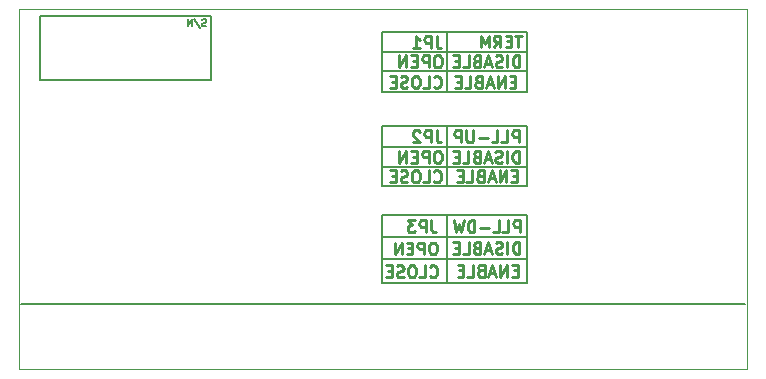
<source format=gbr>
%TF.GenerationSoftware,KiCad,Pcbnew,6.0.11-2627ca5db0~126~ubuntu20.04.1*%
%TF.CreationDate,2024-02-25T19:04:41-05:00*%
%TF.ProjectId,hil01,68696c30-312e-46b6-9963-61645f706362,rev?*%
%TF.SameCoordinates,Original*%
%TF.FileFunction,Legend,Bot*%
%TF.FilePolarity,Positive*%
%FSLAX46Y46*%
G04 Gerber Fmt 4.6, Leading zero omitted, Abs format (unit mm)*
G04 Created by KiCad (PCBNEW 6.0.11-2627ca5db0~126~ubuntu20.04.1) date 2024-02-25 19:04:41*
%MOMM*%
%LPD*%
G01*
G04 APERTURE LIST*
%ADD10C,0.150000*%
%TA.AperFunction,Profile*%
%ADD11C,0.100000*%
%TD*%
%ADD12C,0.250000*%
G04 APERTURE END LIST*
D10*
X136290200Y-109858400D02*
X136290200Y-114938400D01*
X142990200Y-101928400D02*
X142990200Y-107008400D01*
X142990200Y-109858400D02*
X142990200Y-114938400D01*
X142990200Y-117458400D02*
X142990200Y-123158400D01*
X142990200Y-103658400D02*
X130720200Y-103658400D01*
X130720200Y-109858400D02*
X130720200Y-114938400D01*
X130720200Y-117458400D02*
X130720200Y-123158400D01*
X142990200Y-114938400D02*
X130720200Y-114938400D01*
X136290200Y-117458400D02*
X136290200Y-123158400D01*
X142990200Y-107008400D02*
X130720200Y-107008400D01*
X136290200Y-101928400D02*
X136290200Y-107008400D01*
X142990200Y-119258400D02*
X130720200Y-119258400D01*
X100150000Y-125000000D02*
X161480000Y-125000000D01*
X142990200Y-117458400D02*
X130720200Y-117458400D01*
X142990200Y-105258400D02*
X130720200Y-105258400D01*
X142990200Y-113358400D02*
X130720200Y-113358400D01*
X142990200Y-111658400D02*
X130720200Y-111658400D01*
X130720200Y-101928400D02*
X130720200Y-107008400D01*
X142990200Y-121158400D02*
X130720200Y-121158400D01*
X142990200Y-101928400D02*
X130720200Y-101928400D01*
X142990200Y-123158400D02*
X130720200Y-123158400D01*
X101752400Y-100584000D02*
X116281200Y-100584000D01*
X116281200Y-100584000D02*
X116281200Y-106019600D01*
X116281200Y-106019600D02*
X101752400Y-106019600D01*
X101752400Y-106019600D02*
X101752400Y-100584000D01*
X142990200Y-109858400D02*
X130720200Y-109858400D01*
D11*
X100000000Y-130500000D02*
X161680000Y-130500000D01*
X100000000Y-100000000D02*
X100000000Y-130500000D01*
X161680000Y-130500000D02*
X161680000Y-100000000D01*
X100000000Y-100000000D02*
X161680000Y-100000000D01*
D10*
X115862000Y-101436457D02*
X115776285Y-101465028D01*
X115633428Y-101465028D01*
X115576285Y-101436457D01*
X115547714Y-101407885D01*
X115519142Y-101350742D01*
X115519142Y-101293600D01*
X115547714Y-101236457D01*
X115576285Y-101207885D01*
X115633428Y-101179314D01*
X115747714Y-101150742D01*
X115804857Y-101122171D01*
X115833428Y-101093600D01*
X115862000Y-101036457D01*
X115862000Y-100979314D01*
X115833428Y-100922171D01*
X115804857Y-100893600D01*
X115747714Y-100865028D01*
X115604857Y-100865028D01*
X115519142Y-100893600D01*
X114833428Y-100836457D02*
X115347714Y-101607885D01*
X114633428Y-101465028D02*
X114633428Y-100865028D01*
X114290571Y-101465028D01*
X114290571Y-100865028D01*
D12*
X134923533Y-117890780D02*
X134923533Y-118605066D01*
X134971152Y-118747923D01*
X135066390Y-118843161D01*
X135209247Y-118890780D01*
X135304485Y-118890780D01*
X134447342Y-118890780D02*
X134447342Y-117890780D01*
X134066390Y-117890780D01*
X133971152Y-117938400D01*
X133923533Y-117986019D01*
X133875914Y-118081257D01*
X133875914Y-118224114D01*
X133923533Y-118319352D01*
X133971152Y-118366971D01*
X134066390Y-118414590D01*
X134447342Y-118414590D01*
X133542580Y-117890780D02*
X132923533Y-117890780D01*
X133256866Y-118271733D01*
X133114009Y-118271733D01*
X133018771Y-118319352D01*
X132971152Y-118366971D01*
X132923533Y-118462209D01*
X132923533Y-118700304D01*
X132971152Y-118795542D01*
X133018771Y-118843161D01*
X133114009Y-118890780D01*
X133399723Y-118890780D01*
X133494961Y-118843161D01*
X133542580Y-118795542D01*
X142184809Y-114096971D02*
X141851476Y-114096971D01*
X141708619Y-114620780D02*
X142184809Y-114620780D01*
X142184809Y-113620780D01*
X141708619Y-113620780D01*
X141280047Y-114620780D02*
X141280047Y-113620780D01*
X140708619Y-114620780D01*
X140708619Y-113620780D01*
X140280047Y-114335066D02*
X139803857Y-114335066D01*
X140375285Y-114620780D02*
X140041952Y-113620780D01*
X139708619Y-114620780D01*
X139041952Y-114096971D02*
X138899095Y-114144590D01*
X138851476Y-114192209D01*
X138803857Y-114287447D01*
X138803857Y-114430304D01*
X138851476Y-114525542D01*
X138899095Y-114573161D01*
X138994333Y-114620780D01*
X139375285Y-114620780D01*
X139375285Y-113620780D01*
X139041952Y-113620780D01*
X138946714Y-113668400D01*
X138899095Y-113716019D01*
X138851476Y-113811257D01*
X138851476Y-113906495D01*
X138899095Y-114001733D01*
X138946714Y-114049352D01*
X139041952Y-114096971D01*
X139375285Y-114096971D01*
X137899095Y-114620780D02*
X138375285Y-114620780D01*
X138375285Y-113620780D01*
X137565761Y-114096971D02*
X137232428Y-114096971D01*
X137089571Y-114620780D02*
X137565761Y-114620780D01*
X137565761Y-113620780D01*
X137089571Y-113620780D01*
X142032409Y-106136971D02*
X141699076Y-106136971D01*
X141556219Y-106660780D02*
X142032409Y-106660780D01*
X142032409Y-105660780D01*
X141556219Y-105660780D01*
X141127647Y-106660780D02*
X141127647Y-105660780D01*
X140556219Y-106660780D01*
X140556219Y-105660780D01*
X140127647Y-106375066D02*
X139651457Y-106375066D01*
X140222885Y-106660780D02*
X139889552Y-105660780D01*
X139556219Y-106660780D01*
X138889552Y-106136971D02*
X138746695Y-106184590D01*
X138699076Y-106232209D01*
X138651457Y-106327447D01*
X138651457Y-106470304D01*
X138699076Y-106565542D01*
X138746695Y-106613161D01*
X138841933Y-106660780D01*
X139222885Y-106660780D01*
X139222885Y-105660780D01*
X138889552Y-105660780D01*
X138794314Y-105708400D01*
X138746695Y-105756019D01*
X138699076Y-105851257D01*
X138699076Y-105946495D01*
X138746695Y-106041733D01*
X138794314Y-106089352D01*
X138889552Y-106136971D01*
X139222885Y-106136971D01*
X137746695Y-106660780D02*
X138222885Y-106660780D01*
X138222885Y-105660780D01*
X137413361Y-106136971D02*
X137080028Y-106136971D01*
X136937171Y-106660780D02*
X137413361Y-106660780D01*
X137413361Y-105660780D01*
X136937171Y-105660780D01*
X142372104Y-104920780D02*
X142372104Y-103920780D01*
X142134009Y-103920780D01*
X141991152Y-103968400D01*
X141895914Y-104063638D01*
X141848295Y-104158876D01*
X141800676Y-104349352D01*
X141800676Y-104492209D01*
X141848295Y-104682685D01*
X141895914Y-104777923D01*
X141991152Y-104873161D01*
X142134009Y-104920780D01*
X142372104Y-104920780D01*
X141372104Y-104920780D02*
X141372104Y-103920780D01*
X140943533Y-104873161D02*
X140800676Y-104920780D01*
X140562580Y-104920780D01*
X140467342Y-104873161D01*
X140419723Y-104825542D01*
X140372104Y-104730304D01*
X140372104Y-104635066D01*
X140419723Y-104539828D01*
X140467342Y-104492209D01*
X140562580Y-104444590D01*
X140753057Y-104396971D01*
X140848295Y-104349352D01*
X140895914Y-104301733D01*
X140943533Y-104206495D01*
X140943533Y-104111257D01*
X140895914Y-104016019D01*
X140848295Y-103968400D01*
X140753057Y-103920780D01*
X140514961Y-103920780D01*
X140372104Y-103968400D01*
X139991152Y-104635066D02*
X139514961Y-104635066D01*
X140086390Y-104920780D02*
X139753057Y-103920780D01*
X139419723Y-104920780D01*
X138753057Y-104396971D02*
X138610200Y-104444590D01*
X138562580Y-104492209D01*
X138514961Y-104587447D01*
X138514961Y-104730304D01*
X138562580Y-104825542D01*
X138610200Y-104873161D01*
X138705438Y-104920780D01*
X139086390Y-104920780D01*
X139086390Y-103920780D01*
X138753057Y-103920780D01*
X138657819Y-103968400D01*
X138610200Y-104016019D01*
X138562580Y-104111257D01*
X138562580Y-104206495D01*
X138610200Y-104301733D01*
X138657819Y-104349352D01*
X138753057Y-104396971D01*
X139086390Y-104396971D01*
X137610200Y-104920780D02*
X138086390Y-104920780D01*
X138086390Y-103920780D01*
X137276866Y-104396971D02*
X136943533Y-104396971D01*
X136800676Y-104920780D02*
X137276866Y-104920780D01*
X137276866Y-103920780D01*
X136800676Y-103920780D01*
X135363533Y-102310780D02*
X135363533Y-103025066D01*
X135411152Y-103167923D01*
X135506390Y-103263161D01*
X135649247Y-103310780D01*
X135744485Y-103310780D01*
X134887342Y-103310780D02*
X134887342Y-102310780D01*
X134506390Y-102310780D01*
X134411152Y-102358400D01*
X134363533Y-102406019D01*
X134315914Y-102501257D01*
X134315914Y-102644114D01*
X134363533Y-102739352D01*
X134411152Y-102786971D01*
X134506390Y-102834590D01*
X134887342Y-102834590D01*
X133363533Y-103310780D02*
X133934961Y-103310780D01*
X133649247Y-103310780D02*
X133649247Y-102310780D01*
X133744485Y-102453638D01*
X133839723Y-102548876D01*
X133934961Y-102596495D01*
X142352104Y-113010780D02*
X142352104Y-112010780D01*
X142114009Y-112010780D01*
X141971152Y-112058400D01*
X141875914Y-112153638D01*
X141828295Y-112248876D01*
X141780676Y-112439352D01*
X141780676Y-112582209D01*
X141828295Y-112772685D01*
X141875914Y-112867923D01*
X141971152Y-112963161D01*
X142114009Y-113010780D01*
X142352104Y-113010780D01*
X141352104Y-113010780D02*
X141352104Y-112010780D01*
X140923533Y-112963161D02*
X140780676Y-113010780D01*
X140542580Y-113010780D01*
X140447342Y-112963161D01*
X140399723Y-112915542D01*
X140352104Y-112820304D01*
X140352104Y-112725066D01*
X140399723Y-112629828D01*
X140447342Y-112582209D01*
X140542580Y-112534590D01*
X140733057Y-112486971D01*
X140828295Y-112439352D01*
X140875914Y-112391733D01*
X140923533Y-112296495D01*
X140923533Y-112201257D01*
X140875914Y-112106019D01*
X140828295Y-112058400D01*
X140733057Y-112010780D01*
X140494961Y-112010780D01*
X140352104Y-112058400D01*
X139971152Y-112725066D02*
X139494961Y-112725066D01*
X140066390Y-113010780D02*
X139733057Y-112010780D01*
X139399723Y-113010780D01*
X138733057Y-112486971D02*
X138590200Y-112534590D01*
X138542580Y-112582209D01*
X138494961Y-112677447D01*
X138494961Y-112820304D01*
X138542580Y-112915542D01*
X138590200Y-112963161D01*
X138685438Y-113010780D01*
X139066390Y-113010780D01*
X139066390Y-112010780D01*
X138733057Y-112010780D01*
X138637819Y-112058400D01*
X138590200Y-112106019D01*
X138542580Y-112201257D01*
X138542580Y-112296495D01*
X138590200Y-112391733D01*
X138637819Y-112439352D01*
X138733057Y-112486971D01*
X139066390Y-112486971D01*
X137590200Y-113010780D02*
X138066390Y-113010780D01*
X138066390Y-112010780D01*
X137256866Y-112486971D02*
X136923533Y-112486971D01*
X136780676Y-113010780D02*
X137256866Y-113010780D01*
X137256866Y-112010780D01*
X136780676Y-112010780D01*
X135561628Y-112010780D02*
X135371152Y-112010780D01*
X135275914Y-112058400D01*
X135180676Y-112153638D01*
X135133057Y-112344114D01*
X135133057Y-112677447D01*
X135180676Y-112867923D01*
X135275914Y-112963161D01*
X135371152Y-113010780D01*
X135561628Y-113010780D01*
X135656866Y-112963161D01*
X135752104Y-112867923D01*
X135799723Y-112677447D01*
X135799723Y-112344114D01*
X135752104Y-112153638D01*
X135656866Y-112058400D01*
X135561628Y-112010780D01*
X134704485Y-113010780D02*
X134704485Y-112010780D01*
X134323533Y-112010780D01*
X134228295Y-112058400D01*
X134180676Y-112106019D01*
X134133057Y-112201257D01*
X134133057Y-112344114D01*
X134180676Y-112439352D01*
X134228295Y-112486971D01*
X134323533Y-112534590D01*
X134704485Y-112534590D01*
X133704485Y-112486971D02*
X133371152Y-112486971D01*
X133228295Y-113010780D02*
X133704485Y-113010780D01*
X133704485Y-112010780D01*
X133228295Y-112010780D01*
X132799723Y-113010780D02*
X132799723Y-112010780D01*
X132228295Y-113010780D01*
X132228295Y-112010780D01*
X142372104Y-120716780D02*
X142372104Y-119716780D01*
X142134009Y-119716780D01*
X141991152Y-119764400D01*
X141895914Y-119859638D01*
X141848295Y-119954876D01*
X141800676Y-120145352D01*
X141800676Y-120288209D01*
X141848295Y-120478685D01*
X141895914Y-120573923D01*
X141991152Y-120669161D01*
X142134009Y-120716780D01*
X142372104Y-120716780D01*
X141372104Y-120716780D02*
X141372104Y-119716780D01*
X140943533Y-120669161D02*
X140800676Y-120716780D01*
X140562580Y-120716780D01*
X140467342Y-120669161D01*
X140419723Y-120621542D01*
X140372104Y-120526304D01*
X140372104Y-120431066D01*
X140419723Y-120335828D01*
X140467342Y-120288209D01*
X140562580Y-120240590D01*
X140753057Y-120192971D01*
X140848295Y-120145352D01*
X140895914Y-120097733D01*
X140943533Y-120002495D01*
X140943533Y-119907257D01*
X140895914Y-119812019D01*
X140848295Y-119764400D01*
X140753057Y-119716780D01*
X140514961Y-119716780D01*
X140372104Y-119764400D01*
X139991152Y-120431066D02*
X139514961Y-120431066D01*
X140086390Y-120716780D02*
X139753057Y-119716780D01*
X139419723Y-120716780D01*
X138753057Y-120192971D02*
X138610200Y-120240590D01*
X138562580Y-120288209D01*
X138514961Y-120383447D01*
X138514961Y-120526304D01*
X138562580Y-120621542D01*
X138610200Y-120669161D01*
X138705438Y-120716780D01*
X139086390Y-120716780D01*
X139086390Y-119716780D01*
X138753057Y-119716780D01*
X138657819Y-119764400D01*
X138610200Y-119812019D01*
X138562580Y-119907257D01*
X138562580Y-120002495D01*
X138610200Y-120097733D01*
X138657819Y-120145352D01*
X138753057Y-120192971D01*
X139086390Y-120192971D01*
X137610200Y-120716780D02*
X138086390Y-120716780D01*
X138086390Y-119716780D01*
X137276866Y-120192971D02*
X136943533Y-120192971D01*
X136800676Y-120716780D02*
X137276866Y-120716780D01*
X137276866Y-119716780D01*
X136800676Y-119716780D01*
X135561628Y-103920780D02*
X135371152Y-103920780D01*
X135275914Y-103968400D01*
X135180676Y-104063638D01*
X135133057Y-104254114D01*
X135133057Y-104587447D01*
X135180676Y-104777923D01*
X135275914Y-104873161D01*
X135371152Y-104920780D01*
X135561628Y-104920780D01*
X135656866Y-104873161D01*
X135752104Y-104777923D01*
X135799723Y-104587447D01*
X135799723Y-104254114D01*
X135752104Y-104063638D01*
X135656866Y-103968400D01*
X135561628Y-103920780D01*
X134704485Y-104920780D02*
X134704485Y-103920780D01*
X134323533Y-103920780D01*
X134228295Y-103968400D01*
X134180676Y-104016019D01*
X134133057Y-104111257D01*
X134133057Y-104254114D01*
X134180676Y-104349352D01*
X134228295Y-104396971D01*
X134323533Y-104444590D01*
X134704485Y-104444590D01*
X133704485Y-104396971D02*
X133371152Y-104396971D01*
X133228295Y-104920780D02*
X133704485Y-104920780D01*
X133704485Y-103920780D01*
X133228295Y-103920780D01*
X132799723Y-104920780D02*
X132799723Y-103920780D01*
X132228295Y-104920780D01*
X132228295Y-103920780D01*
X135137819Y-106565542D02*
X135185438Y-106613161D01*
X135328295Y-106660780D01*
X135423533Y-106660780D01*
X135566390Y-106613161D01*
X135661628Y-106517923D01*
X135709247Y-106422685D01*
X135756866Y-106232209D01*
X135756866Y-106089352D01*
X135709247Y-105898876D01*
X135661628Y-105803638D01*
X135566390Y-105708400D01*
X135423533Y-105660780D01*
X135328295Y-105660780D01*
X135185438Y-105708400D01*
X135137819Y-105756019D01*
X134233057Y-106660780D02*
X134709247Y-106660780D01*
X134709247Y-105660780D01*
X133709247Y-105660780D02*
X133518771Y-105660780D01*
X133423533Y-105708400D01*
X133328295Y-105803638D01*
X133280676Y-105994114D01*
X133280676Y-106327447D01*
X133328295Y-106517923D01*
X133423533Y-106613161D01*
X133518771Y-106660780D01*
X133709247Y-106660780D01*
X133804485Y-106613161D01*
X133899723Y-106517923D01*
X133947342Y-106327447D01*
X133947342Y-105994114D01*
X133899723Y-105803638D01*
X133804485Y-105708400D01*
X133709247Y-105660780D01*
X132899723Y-106613161D02*
X132756866Y-106660780D01*
X132518771Y-106660780D01*
X132423533Y-106613161D01*
X132375914Y-106565542D01*
X132328295Y-106470304D01*
X132328295Y-106375066D01*
X132375914Y-106279828D01*
X132423533Y-106232209D01*
X132518771Y-106184590D01*
X132709247Y-106136971D01*
X132804485Y-106089352D01*
X132852104Y-106041733D01*
X132899723Y-105946495D01*
X132899723Y-105851257D01*
X132852104Y-105756019D01*
X132804485Y-105708400D01*
X132709247Y-105660780D01*
X132471152Y-105660780D01*
X132328295Y-105708400D01*
X131899723Y-106136971D02*
X131566390Y-106136971D01*
X131423533Y-106660780D02*
X131899723Y-106660780D01*
X131899723Y-105660780D01*
X131423533Y-105660780D01*
X134807819Y-122605542D02*
X134855438Y-122653161D01*
X134998295Y-122700780D01*
X135093533Y-122700780D01*
X135236390Y-122653161D01*
X135331628Y-122557923D01*
X135379247Y-122462685D01*
X135426866Y-122272209D01*
X135426866Y-122129352D01*
X135379247Y-121938876D01*
X135331628Y-121843638D01*
X135236390Y-121748400D01*
X135093533Y-121700780D01*
X134998295Y-121700780D01*
X134855438Y-121748400D01*
X134807819Y-121796019D01*
X133903057Y-122700780D02*
X134379247Y-122700780D01*
X134379247Y-121700780D01*
X133379247Y-121700780D02*
X133188771Y-121700780D01*
X133093533Y-121748400D01*
X132998295Y-121843638D01*
X132950676Y-122034114D01*
X132950676Y-122367447D01*
X132998295Y-122557923D01*
X133093533Y-122653161D01*
X133188771Y-122700780D01*
X133379247Y-122700780D01*
X133474485Y-122653161D01*
X133569723Y-122557923D01*
X133617342Y-122367447D01*
X133617342Y-122034114D01*
X133569723Y-121843638D01*
X133474485Y-121748400D01*
X133379247Y-121700780D01*
X132569723Y-122653161D02*
X132426866Y-122700780D01*
X132188771Y-122700780D01*
X132093533Y-122653161D01*
X132045914Y-122605542D01*
X131998295Y-122510304D01*
X131998295Y-122415066D01*
X132045914Y-122319828D01*
X132093533Y-122272209D01*
X132188771Y-122224590D01*
X132379247Y-122176971D01*
X132474485Y-122129352D01*
X132522104Y-122081733D01*
X132569723Y-121986495D01*
X132569723Y-121891257D01*
X132522104Y-121796019D01*
X132474485Y-121748400D01*
X132379247Y-121700780D01*
X132141152Y-121700780D01*
X131998295Y-121748400D01*
X131569723Y-122176971D02*
X131236390Y-122176971D01*
X131093533Y-122700780D02*
X131569723Y-122700780D01*
X131569723Y-121700780D01*
X131093533Y-121700780D01*
X142588123Y-102241580D02*
X142016695Y-102241580D01*
X142302409Y-103241580D02*
X142302409Y-102241580D01*
X141683361Y-102717771D02*
X141350028Y-102717771D01*
X141207171Y-103241580D02*
X141683361Y-103241580D01*
X141683361Y-102241580D01*
X141207171Y-102241580D01*
X140207171Y-103241580D02*
X140540504Y-102765390D01*
X140778600Y-103241580D02*
X140778600Y-102241580D01*
X140397647Y-102241580D01*
X140302409Y-102289200D01*
X140254790Y-102336819D01*
X140207171Y-102432057D01*
X140207171Y-102574914D01*
X140254790Y-102670152D01*
X140302409Y-102717771D01*
X140397647Y-102765390D01*
X140778600Y-102765390D01*
X139778600Y-103241580D02*
X139778600Y-102241580D01*
X139445266Y-102955866D01*
X139111933Y-102241580D01*
X139111933Y-103241580D01*
X135161628Y-119760780D02*
X134971152Y-119760780D01*
X134875914Y-119808400D01*
X134780676Y-119903638D01*
X134733057Y-120094114D01*
X134733057Y-120427447D01*
X134780676Y-120617923D01*
X134875914Y-120713161D01*
X134971152Y-120760780D01*
X135161628Y-120760780D01*
X135256866Y-120713161D01*
X135352104Y-120617923D01*
X135399723Y-120427447D01*
X135399723Y-120094114D01*
X135352104Y-119903638D01*
X135256866Y-119808400D01*
X135161628Y-119760780D01*
X134304485Y-120760780D02*
X134304485Y-119760780D01*
X133923533Y-119760780D01*
X133828295Y-119808400D01*
X133780676Y-119856019D01*
X133733057Y-119951257D01*
X133733057Y-120094114D01*
X133780676Y-120189352D01*
X133828295Y-120236971D01*
X133923533Y-120284590D01*
X134304485Y-120284590D01*
X133304485Y-120236971D02*
X132971152Y-120236971D01*
X132828295Y-120760780D02*
X133304485Y-120760780D01*
X133304485Y-119760780D01*
X132828295Y-119760780D01*
X132399723Y-120760780D02*
X132399723Y-119760780D01*
X131828295Y-120760780D01*
X131828295Y-119760780D01*
X135137819Y-114565542D02*
X135185438Y-114613161D01*
X135328295Y-114660780D01*
X135423533Y-114660780D01*
X135566390Y-114613161D01*
X135661628Y-114517923D01*
X135709247Y-114422685D01*
X135756866Y-114232209D01*
X135756866Y-114089352D01*
X135709247Y-113898876D01*
X135661628Y-113803638D01*
X135566390Y-113708400D01*
X135423533Y-113660780D01*
X135328295Y-113660780D01*
X135185438Y-113708400D01*
X135137819Y-113756019D01*
X134233057Y-114660780D02*
X134709247Y-114660780D01*
X134709247Y-113660780D01*
X133709247Y-113660780D02*
X133518771Y-113660780D01*
X133423533Y-113708400D01*
X133328295Y-113803638D01*
X133280676Y-113994114D01*
X133280676Y-114327447D01*
X133328295Y-114517923D01*
X133423533Y-114613161D01*
X133518771Y-114660780D01*
X133709247Y-114660780D01*
X133804485Y-114613161D01*
X133899723Y-114517923D01*
X133947342Y-114327447D01*
X133947342Y-113994114D01*
X133899723Y-113803638D01*
X133804485Y-113708400D01*
X133709247Y-113660780D01*
X132899723Y-114613161D02*
X132756866Y-114660780D01*
X132518771Y-114660780D01*
X132423533Y-114613161D01*
X132375914Y-114565542D01*
X132328295Y-114470304D01*
X132328295Y-114375066D01*
X132375914Y-114279828D01*
X132423533Y-114232209D01*
X132518771Y-114184590D01*
X132709247Y-114136971D01*
X132804485Y-114089352D01*
X132852104Y-114041733D01*
X132899723Y-113946495D01*
X132899723Y-113851257D01*
X132852104Y-113756019D01*
X132804485Y-113708400D01*
X132709247Y-113660780D01*
X132471152Y-113660780D01*
X132328295Y-113708400D01*
X131899723Y-114136971D02*
X131566390Y-114136971D01*
X131423533Y-114660780D02*
X131899723Y-114660780D01*
X131899723Y-113660780D01*
X131423533Y-113660780D01*
X142324485Y-111270780D02*
X142324485Y-110270780D01*
X141943533Y-110270780D01*
X141848295Y-110318400D01*
X141800676Y-110366019D01*
X141753057Y-110461257D01*
X141753057Y-110604114D01*
X141800676Y-110699352D01*
X141848295Y-110746971D01*
X141943533Y-110794590D01*
X142324485Y-110794590D01*
X140848295Y-111270780D02*
X141324485Y-111270780D01*
X141324485Y-110270780D01*
X140038771Y-111270780D02*
X140514961Y-111270780D01*
X140514961Y-110270780D01*
X139705438Y-110889828D02*
X138943533Y-110889828D01*
X138467342Y-110270780D02*
X138467342Y-111080304D01*
X138419723Y-111175542D01*
X138372104Y-111223161D01*
X138276866Y-111270780D01*
X138086390Y-111270780D01*
X137991152Y-111223161D01*
X137943533Y-111175542D01*
X137895914Y-111080304D01*
X137895914Y-110270780D01*
X137419723Y-111270780D02*
X137419723Y-110270780D01*
X137038771Y-110270780D01*
X136943533Y-110318400D01*
X136895914Y-110366019D01*
X136848295Y-110461257D01*
X136848295Y-110604114D01*
X136895914Y-110699352D01*
X136943533Y-110746971D01*
X137038771Y-110794590D01*
X137419723Y-110794590D01*
X135363533Y-110270780D02*
X135363533Y-110985066D01*
X135411152Y-111127923D01*
X135506390Y-111223161D01*
X135649247Y-111270780D01*
X135744485Y-111270780D01*
X134887342Y-111270780D02*
X134887342Y-110270780D01*
X134506390Y-110270780D01*
X134411152Y-110318400D01*
X134363533Y-110366019D01*
X134315914Y-110461257D01*
X134315914Y-110604114D01*
X134363533Y-110699352D01*
X134411152Y-110746971D01*
X134506390Y-110794590D01*
X134887342Y-110794590D01*
X133934961Y-110366019D02*
X133887342Y-110318400D01*
X133792104Y-110270780D01*
X133554009Y-110270780D01*
X133458771Y-110318400D01*
X133411152Y-110366019D01*
X133363533Y-110461257D01*
X133363533Y-110556495D01*
X133411152Y-110699352D01*
X133982580Y-111270780D01*
X133363533Y-111270780D01*
X142422904Y-118887980D02*
X142422904Y-117887980D01*
X142041952Y-117887980D01*
X141946714Y-117935600D01*
X141899095Y-117983219D01*
X141851476Y-118078457D01*
X141851476Y-118221314D01*
X141899095Y-118316552D01*
X141946714Y-118364171D01*
X142041952Y-118411790D01*
X142422904Y-118411790D01*
X140946714Y-118887980D02*
X141422904Y-118887980D01*
X141422904Y-117887980D01*
X140137190Y-118887980D02*
X140613380Y-118887980D01*
X140613380Y-117887980D01*
X139803857Y-118507028D02*
X139041952Y-118507028D01*
X138565761Y-118887980D02*
X138565761Y-117887980D01*
X138327666Y-117887980D01*
X138184809Y-117935600D01*
X138089571Y-118030838D01*
X138041952Y-118126076D01*
X137994333Y-118316552D01*
X137994333Y-118459409D01*
X138041952Y-118649885D01*
X138089571Y-118745123D01*
X138184809Y-118840361D01*
X138327666Y-118887980D01*
X138565761Y-118887980D01*
X137661000Y-117887980D02*
X137422904Y-118887980D01*
X137232428Y-118173695D01*
X137041952Y-118887980D01*
X136803857Y-117887980D01*
X142235609Y-122123371D02*
X141902276Y-122123371D01*
X141759419Y-122647180D02*
X142235609Y-122647180D01*
X142235609Y-121647180D01*
X141759419Y-121647180D01*
X141330847Y-122647180D02*
X141330847Y-121647180D01*
X140759419Y-122647180D01*
X140759419Y-121647180D01*
X140330847Y-122361466D02*
X139854657Y-122361466D01*
X140426085Y-122647180D02*
X140092752Y-121647180D01*
X139759419Y-122647180D01*
X139092752Y-122123371D02*
X138949895Y-122170990D01*
X138902276Y-122218609D01*
X138854657Y-122313847D01*
X138854657Y-122456704D01*
X138902276Y-122551942D01*
X138949895Y-122599561D01*
X139045133Y-122647180D01*
X139426085Y-122647180D01*
X139426085Y-121647180D01*
X139092752Y-121647180D01*
X138997514Y-121694800D01*
X138949895Y-121742419D01*
X138902276Y-121837657D01*
X138902276Y-121932895D01*
X138949895Y-122028133D01*
X138997514Y-122075752D01*
X139092752Y-122123371D01*
X139426085Y-122123371D01*
X137949895Y-122647180D02*
X138426085Y-122647180D01*
X138426085Y-121647180D01*
X137616561Y-122123371D02*
X137283228Y-122123371D01*
X137140371Y-122647180D02*
X137616561Y-122647180D01*
X137616561Y-121647180D01*
X137140371Y-121647180D01*
M02*

</source>
